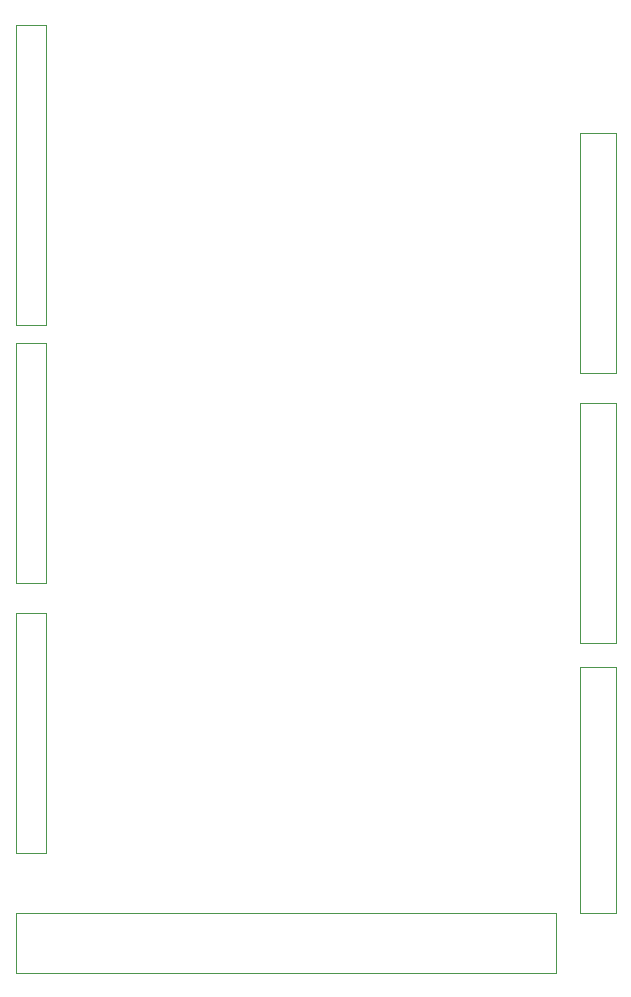
<source format=gbr>
G04 #@! TF.GenerationSoftware,KiCad,Pcbnew,(5.1.4)-1*
G04 #@! TF.CreationDate,2020-03-02T19:01:58-05:00*
G04 #@! TF.ProjectId,PCB_2020,5043425f-3230-4323-902e-6b696361645f,rev?*
G04 #@! TF.SameCoordinates,Original*
G04 #@! TF.FileFunction,Other,User*
%FSLAX46Y46*%
G04 Gerber Fmt 4.6, Leading zero omitted, Abs format (unit mm)*
G04 Created by KiCad (PCBNEW (5.1.4)-1) date 2020-03-02 19:01:58*
%MOMM*%
%LPD*%
G04 APERTURE LIST*
%ADD10C,0.120000*%
G04 APERTURE END LIST*
D10*
X167256000Y-70916000D02*
X167256000Y-96316000D01*
X169796000Y-70916000D02*
X167256000Y-70916000D01*
X169796000Y-96316000D02*
X169796000Y-70916000D01*
X167256000Y-96316000D02*
X169796000Y-96316000D01*
X167256000Y-97840000D02*
X167256000Y-118160000D01*
X169796000Y-97840000D02*
X167256000Y-97840000D01*
X169796000Y-118160000D02*
X169796000Y-97840000D01*
X167256000Y-118160000D02*
X169796000Y-118160000D01*
X169796000Y-141020000D02*
X167256000Y-141020000D01*
X169796000Y-120700000D02*
X169796000Y-141020000D01*
X167256000Y-120700000D02*
X169796000Y-120700000D01*
X167256000Y-141020000D02*
X167256000Y-120700000D01*
X167256000Y-146100000D02*
X212976000Y-146100000D01*
X167256000Y-151180000D02*
X167256000Y-146100000D01*
X212976000Y-151180000D02*
X167256000Y-151180000D01*
X212976000Y-146100000D02*
X212976000Y-151180000D01*
X218056000Y-125272000D02*
X215008000Y-125272000D01*
X218056000Y-146100000D02*
X218056000Y-125272000D01*
X215008000Y-146100000D02*
X218056000Y-146100000D01*
X215008000Y-125272000D02*
X215008000Y-146100000D01*
X218056000Y-123240000D02*
X218056000Y-102920000D01*
X215008000Y-123240000D02*
X218056000Y-123240000D01*
X215008000Y-102920000D02*
X215008000Y-123240000D01*
X218056000Y-102920000D02*
X215008000Y-102920000D01*
X218056000Y-100380000D02*
X218056000Y-80060000D01*
X215008000Y-100380000D02*
X218056000Y-100380000D01*
X215008000Y-80060000D02*
X215008000Y-100380000D01*
X218056000Y-80060000D02*
X215008000Y-80060000D01*
M02*

</source>
